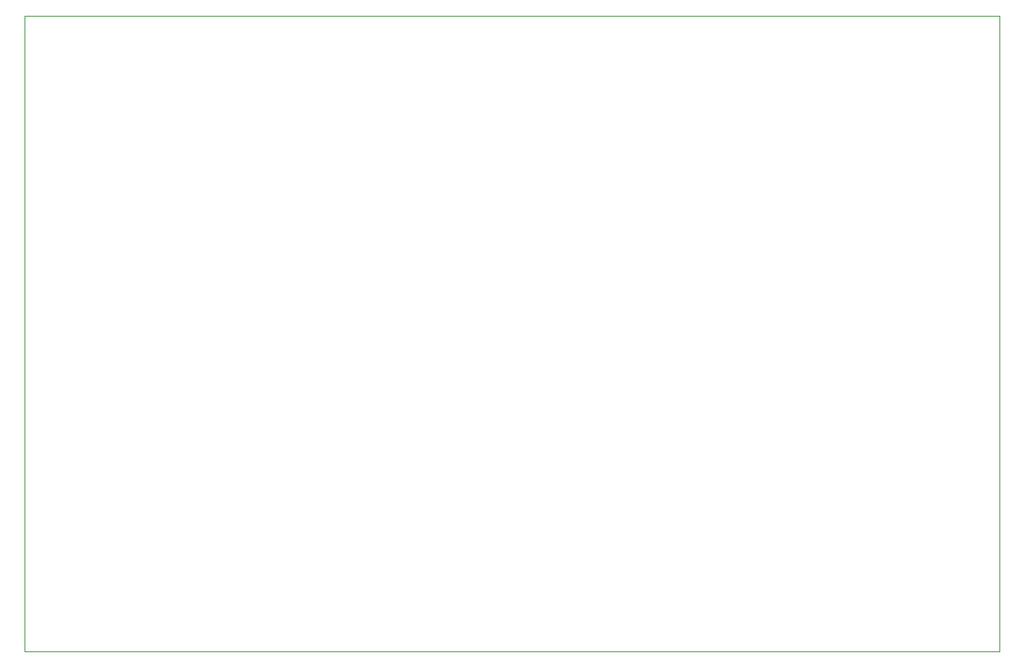
<source format=gbr>
%TF.GenerationSoftware,KiCad,Pcbnew,(7.0.0)*%
%TF.CreationDate,2023-03-31T23:37:10+02:00*%
%TF.ProjectId,display-brain-final,64697370-6c61-4792-9d62-7261696e2d66,rev?*%
%TF.SameCoordinates,Original*%
%TF.FileFunction,Profile,NP*%
%FSLAX46Y46*%
G04 Gerber Fmt 4.6, Leading zero omitted, Abs format (unit mm)*
G04 Created by KiCad (PCBNEW (7.0.0)) date 2023-03-31 23:37:10*
%MOMM*%
%LPD*%
G01*
G04 APERTURE LIST*
%TA.AperFunction,Profile*%
%ADD10C,0.100000*%
%TD*%
G04 APERTURE END LIST*
D10*
X126100000Y-48700000D02*
X230300000Y-48700000D01*
X230300000Y-48700000D02*
X230300000Y-116700000D01*
X230300000Y-116700000D02*
X126100000Y-116700000D01*
X126100000Y-116700000D02*
X126100000Y-48700000D01*
M02*

</source>
